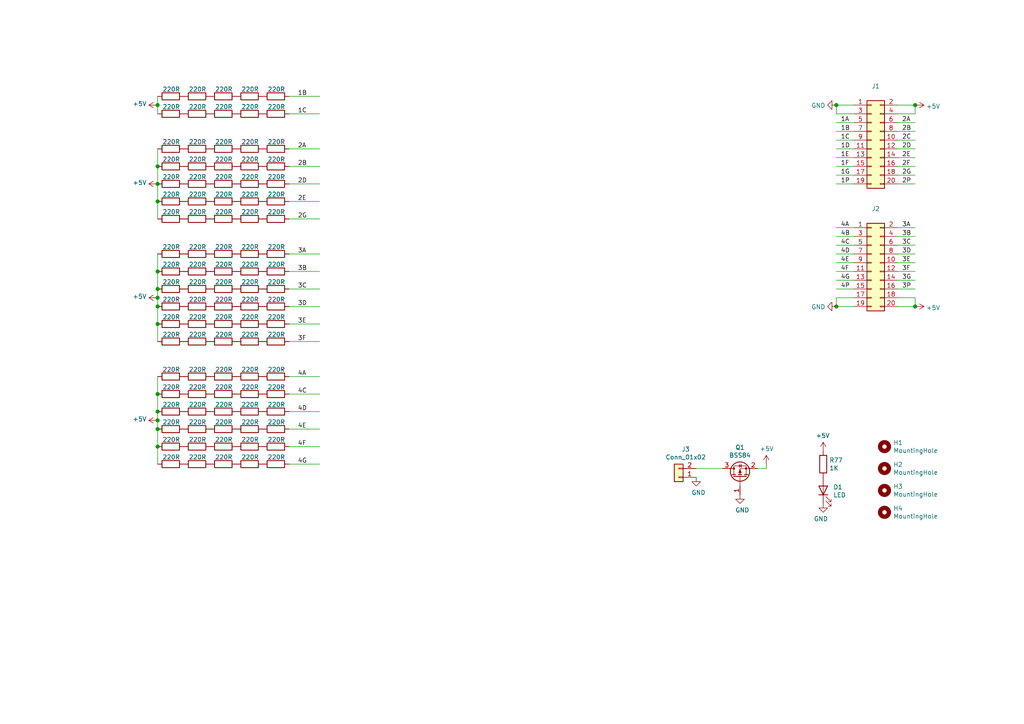
<source format=kicad_sch>
(kicad_sch (version 20201015) (generator eeschema)
  (paper "A4")
  (lib_symbols
    (symbol "Connector_Generic:Conn_01x02" (pin_names (offset 1.016) hide)
      (property "Reference" "J" (at 0 2.54 0))
      (property "Value" "Conn_01x02" (at 0 -5.08 0))
      (symbol "Conn_01x02_1_1"
        (rectangle (start -1.27 -2.413) (end 0 -2.667) (stroke (width 0.1524)))
        (rectangle (start -1.27 0.127) (end 0 -0.127) (stroke (width 0.1524)))
        (rectangle (start -1.27 1.27) (end 1.27 -3.81) (stroke (width 0.254)) (fill (type background)))
        (pin passive line (at -5.08 0 0) (length 3.81) (name "Pin_1") (number "1"))
        (pin passive line (at -5.08 -2.54 0) (length 3.81) (name "Pin_2") (number "2"))
      )
    )
    (symbol "Connector_Generic:Conn_02x10_Odd_Even" (pin_names (offset 1.016) hide)
      (property "Reference" "J" (at 1.27 12.7 0))
      (property "Value" "Conn_02x10_Odd_Even" (at 1.27 -15.24 0))
      (symbol "Conn_02x10_Odd_Even_1_1"
        (rectangle (start -1.27 -4.953) (end 0 -5.207) (stroke (width 0.1524)))
        (rectangle (start -1.27 -7.493) (end 0 -7.747) (stroke (width 0.1524)))
        (rectangle (start -1.27 -10.033) (end 0 -10.287) (stroke (width 0.1524)))
        (rectangle (start -1.27 -12.573) (end 0 -12.827) (stroke (width 0.1524)))
        (rectangle (start -1.27 -2.413) (end 0 -2.667) (stroke (width 0.1524)))
        (rectangle (start -1.27 2.667) (end 0 2.413) (stroke (width 0.1524)))
        (rectangle (start -1.27 5.207) (end 0 4.953) (stroke (width 0.1524)))
        (rectangle (start -1.27 7.747) (end 0 7.493) (stroke (width 0.1524)))
        (rectangle (start -1.27 10.287) (end 0 10.033) (stroke (width 0.1524)))
        (rectangle (start -1.27 11.43) (end 3.81 -13.97) (stroke (width 0.254)) (fill (type background)))
        (rectangle (start -1.27 0.127) (end 0 -0.127) (stroke (width 0.1524)))
        (rectangle (start 3.81 -4.953) (end 2.54 -5.207) (stroke (width 0.1524)))
        (rectangle (start 3.81 -7.493) (end 2.54 -7.747) (stroke (width 0.1524)))
        (rectangle (start 3.81 -10.033) (end 2.54 -10.287) (stroke (width 0.1524)))
        (rectangle (start 3.81 -12.573) (end 2.54 -12.827) (stroke (width 0.1524)))
        (rectangle (start 3.81 -2.413) (end 2.54 -2.667) (stroke (width 0.1524)))
        (rectangle (start 3.81 2.667) (end 2.54 2.413) (stroke (width 0.1524)))
        (rectangle (start 3.81 5.207) (end 2.54 4.953) (stroke (width 0.1524)))
        (rectangle (start 3.81 7.747) (end 2.54 7.493) (stroke (width 0.1524)))
        (rectangle (start 3.81 10.287) (end 2.54 10.033) (stroke (width 0.1524)))
        (rectangle (start 3.81 0.127) (end 2.54 -0.127) (stroke (width 0.1524)))
        (pin passive line (at -5.08 10.16 0) (length 3.81) (name "Pin_1") (number "1"))
        (pin passive line (at 7.62 0 180) (length 3.81) (name "Pin_10") (number "10"))
        (pin passive line (at -5.08 -2.54 0) (length 3.81) (name "Pin_11") (number "11"))
        (pin passive line (at 7.62 -2.54 180) (length 3.81) (name "Pin_12") (number "12"))
        (pin passive line (at -5.08 -5.08 0) (length 3.81) (name "Pin_13") (number "13"))
        (pin passive line (at 7.62 -5.08 180) (length 3.81) (name "Pin_14") (number "14"))
        (pin passive line (at -5.08 -7.62 0) (length 3.81) (name "Pin_15") (number "15"))
        (pin passive line (at 7.62 -7.62 180) (length 3.81) (name "Pin_16") (number "16"))
        (pin passive line (at -5.08 -10.16 0) (length 3.81) (name "Pin_17") (number "17"))
        (pin passive line (at 7.62 -10.16 180) (length 3.81) (name "Pin_18") (number "18"))
        (pin passive line (at -5.08 -12.7 0) (length 3.81) (name "Pin_19") (number "19"))
        (pin passive line (at 7.62 10.16 180) (length 3.81) (name "Pin_2") (number "2"))
        (pin passive line (at 7.62 -12.7 180) (length 3.81) (name "Pin_20") (number "20"))
        (pin passive line (at -5.08 7.62 0) (length 3.81) (name "Pin_3") (number "3"))
        (pin passive line (at 7.62 7.62 180) (length 3.81) (name "Pin_4") (number "4"))
        (pin passive line (at -5.08 5.08 0) (length 3.81) (name "Pin_5") (number "5"))
        (pin passive line (at 7.62 5.08 180) (length 3.81) (name "Pin_6") (number "6"))
        (pin passive line (at -5.08 2.54 0) (length 3.81) (name "Pin_7") (number "7"))
        (pin passive line (at 7.62 2.54 180) (length 3.81) (name "Pin_8") (number "8"))
        (pin passive line (at -5.08 0 0) (length 3.81) (name "Pin_9") (number "9"))
      )
    )
    (symbol "Device:LED" (pin_numbers hide) (pin_names (offset 1.016) hide)
      (property "Reference" "D" (at 0 2.54 0))
      (property "Value" "LED" (at 0 -2.54 0))
      (symbol "LED_0_1"
        (polyline (pts (xy -1.27 -1.27) (xy -1.27 1.27)) (stroke (width 0.254)))
        (polyline (pts (xy -1.27 0) (xy 1.27 0)))
        (polyline (pts (xy 1.27 -1.27) (xy 1.27 1.27) (xy -1.27 0) (xy 1.27 -1.27)) (stroke (width 0.254)))
        (polyline (pts (xy -3.048 -0.762) (xy -4.572 -2.286) (xy -3.81 -2.286) (xy -4.572 -2.286) (xy -4.572 -1.524)))
        (polyline (pts (xy -1.778 -0.762) (xy -3.302 -2.286) (xy -2.54 -2.286) (xy -3.302 -2.286) (xy -3.302 -1.524)))
      )
      (symbol "LED_1_1"
        (pin passive line (at -3.81 0 0) (length 2.54) (name "K") (number "1"))
        (pin passive line (at 3.81 0 180) (length 2.54) (name "A") (number "2"))
      )
    )
    (symbol "Device:R" (pin_numbers hide) (pin_names (offset 0))
      (property "Reference" "R" (at 2.032 0 90))
      (property "Value" "R" (at 0 0 90))
      (symbol "R_0_1"
        (rectangle (start -1.016 -2.54) (end 1.016 2.54) (stroke (width 0.254)))
      )
      (symbol "R_1_1"
        (pin passive line (at 0 3.81 270) (length 1.27) (name "~") (number "1"))
        (pin passive line (at 0 -3.81 90) (length 1.27) (name "~") (number "2"))
      )
    )
    (symbol "Mechanical:MountingHole" (pin_names (offset 1.016))
      (property "Reference" "H" (at 0 5.08 0))
      (property "Value" "MountingHole" (at 0 3.175 0))
      (symbol "MountingHole_0_1"
        (circle (center 0 0) (radius 1.27) (stroke (width 1.27)))
      )
    )
    (symbol "Transistor_FET:BSS84" (pin_names hide)
      (property "Reference" "Q" (at 5.08 1.905 0))
      (property "Value" "BSS84" (at 5.08 0 0))
      (symbol "BSS84_0_1"
        (circle (center 1.651 0) (radius 2.794) (stroke (width 0.254)))
        (circle (center 2.54 -1.778) (radius 0.254) (fill (type outline)))
        (circle (center 2.54 1.778) (radius 0.254) (fill (type outline)))
        (polyline (pts (xy 0.254 0) (xy -2.54 0)))
        (polyline (pts (xy 0.254 1.905) (xy 0.254 -1.905)) (stroke (width 0.254)))
        (polyline (pts (xy 0.762 -1.27) (xy 0.762 -2.286)) (stroke (width 0.254)))
        (polyline (pts (xy 0.762 0.508) (xy 0.762 -0.508)) (stroke (width 0.254)))
        (polyline (pts (xy 0.762 2.286) (xy 0.762 1.27)) (stroke (width 0.254)))
        (polyline (pts (xy 2.54 2.54) (xy 2.54 1.778)))
        (polyline (pts (xy 2.54 -2.54) (xy 2.54 0) (xy 0.762 0)))
        (polyline (pts (xy 0.762 1.778) (xy 3.302 1.778) (xy 3.302 -1.778) (xy 0.762 -1.778)))
        (polyline (pts (xy 2.286 0) (xy 1.27 0.381) (xy 1.27 -0.381) (xy 2.286 0)) (fill (type outline)))
        (polyline (pts (xy 2.794 -0.508) (xy 2.921 -0.381) (xy 3.683 -0.381) (xy 3.81 -0.254)))
        (polyline (pts (xy 3.302 -0.381) (xy 2.921 0.254) (xy 3.683 0.254) (xy 3.302 -0.381)))
      )
      (symbol "BSS84_1_1"
        (pin input line (at -5.08 0 0) (length 2.54) (name "G") (number "1"))
        (pin passive line (at 2.54 -5.08 90) (length 2.54) (name "S") (number "2"))
        (pin passive line (at 2.54 5.08 270) (length 2.54) (name "D") (number "3"))
      )
    )
    (symbol "power:+5V" (power) (pin_names (offset 0))
      (property "Value" "+5V" (at 0 3.556 0))
      (symbol "+5V_0_1"
        (polyline (pts (xy -0.762 1.27) (xy 0 2.54)))
        (polyline (pts (xy 0 0) (xy 0 2.54)))
        (polyline (pts (xy 0 2.54) (xy 0.762 1.27)))
      )
      (symbol "+5V_1_1"
        (pin power_in line (at 0 0 90) (length 0) hide (name "+5V") (number "1"))
      )
    )
    (symbol "power:GND" (power) (pin_names (offset 0))
      (property "Value" "GND" (at 0 -3.81 0))
      (symbol "GND_0_1"
        (polyline (pts (xy 0 0) (xy 0 -1.27) (xy 1.27 -1.27) (xy 0 -2.54) (xy -1.27 -1.27) (xy 0 -1.27)))
      )
      (symbol "GND_1_1"
        (pin power_in line (at 0 0 270) (length 0) hide (name "GND") (number "1"))
      )
    )
  )
  (junction (at 45.72 30.48) (diameter 1.016))
  (junction (at 45.72 48.26) (diameter 1.016))
  (junction (at 45.72 53.34) (diameter 1.016))
  (junction (at 45.72 58.42) (diameter 1.016))
  (junction (at 45.72 78.74) (diameter 1.016))
  (junction (at 45.72 83.82) (diameter 1.016))
  (junction (at 45.72 86.36) (diameter 1.016))
  (junction (at 45.72 88.9) (diameter 1.016))
  (junction (at 45.72 93.98) (diameter 1.016))
  (junction (at 45.72 114.3) (diameter 1.016))
  (junction (at 45.72 119.38) (diameter 1.016))
  (junction (at 45.72 121.92) (diameter 1.016))
  (junction (at 45.72 124.46) (diameter 1.016))
  (junction (at 45.72 129.54) (diameter 1.016))
  (junction (at 242.57 30.48) (diameter 1.016))
  (junction (at 242.57 88.9) (diameter 1.016))
  (junction (at 265.43 30.48) (diameter 1.016))
  (junction (at 265.43 88.9) (diameter 1.016))
  (wire (pts (xy 45.72 27.94) (xy 45.72 30.48)))
  (wire (pts (xy 45.72 30.48) (xy 45.72 33.02)))
  (wire (pts (xy 45.72 43.18) (xy 45.72 48.26)))
  (wire (pts (xy 45.72 48.26) (xy 45.72 53.34)))
  (wire (pts (xy 45.72 53.34) (xy 45.72 58.42)))
  (wire (pts (xy 45.72 58.42) (xy 45.72 63.5)))
  (wire (pts (xy 45.72 73.66) (xy 45.72 78.74)))
  (wire (pts (xy 45.72 78.74) (xy 45.72 83.82)))
  (wire (pts (xy 45.72 83.82) (xy 45.72 86.36)))
  (wire (pts (xy 45.72 86.36) (xy 45.72 88.9)))
  (wire (pts (xy 45.72 88.9) (xy 45.72 93.98)))
  (wire (pts (xy 45.72 93.98) (xy 45.72 99.06)))
  (wire (pts (xy 45.72 109.22) (xy 45.72 114.3)))
  (wire (pts (xy 45.72 114.3) (xy 45.72 119.38)))
  (wire (pts (xy 45.72 119.38) (xy 45.72 121.92)))
  (wire (pts (xy 45.72 121.92) (xy 45.72 124.46)))
  (wire (pts (xy 45.72 124.46) (xy 45.72 129.54)))
  (wire (pts (xy 45.72 129.54) (xy 45.72 134.62)))
  (wire (pts (xy 83.82 27.94) (xy 92.71 27.94)))
  (wire (pts (xy 83.82 33.02) (xy 92.71 33.02)))
  (wire (pts (xy 83.82 43.18) (xy 92.71 43.18)))
  (wire (pts (xy 83.82 48.26) (xy 92.71 48.26)))
  (wire (pts (xy 83.82 53.34) (xy 92.71 53.34)))
  (wire (pts (xy 83.82 58.42) (xy 92.71 58.42)))
  (wire (pts (xy 83.82 63.5) (xy 92.71 63.5)))
  (wire (pts (xy 83.82 73.66) (xy 92.71 73.66)))
  (wire (pts (xy 83.82 78.74) (xy 92.71 78.74)))
  (wire (pts (xy 83.82 83.82) (xy 92.71 83.82)))
  (wire (pts (xy 83.82 88.9) (xy 92.71 88.9)))
  (wire (pts (xy 83.82 93.98) (xy 92.71 93.98)))
  (wire (pts (xy 83.82 99.06) (xy 92.71 99.06)))
  (wire (pts (xy 83.82 109.22) (xy 92.71 109.22)))
  (wire (pts (xy 83.82 114.3) (xy 92.71 114.3)))
  (wire (pts (xy 83.82 119.38) (xy 92.71 119.38)))
  (wire (pts (xy 83.82 124.46) (xy 92.71 124.46)))
  (wire (pts (xy 83.82 129.54) (xy 92.71 129.54)))
  (wire (pts (xy 83.82 134.62) (xy 92.71 134.62)))
  (wire (pts (xy 201.93 135.89) (xy 209.55 135.89)))
  (wire (pts (xy 219.71 135.89) (xy 222.25 135.89)))
  (wire (pts (xy 222.25 135.89) (xy 222.25 134.62)))
  (wire (pts (xy 242.57 30.48) (xy 247.65 30.48)))
  (wire (pts (xy 242.57 33.02) (xy 242.57 30.48)))
  (wire (pts (xy 242.57 33.02) (xy 247.65 33.02)))
  (wire (pts (xy 242.57 35.56) (xy 247.65 35.56)))
  (wire (pts (xy 242.57 38.1) (xy 247.65 38.1)))
  (wire (pts (xy 242.57 40.64) (xy 247.65 40.64)))
  (wire (pts (xy 242.57 43.18) (xy 247.65 43.18)))
  (wire (pts (xy 242.57 45.72) (xy 247.65 45.72)))
  (wire (pts (xy 242.57 48.26) (xy 247.65 48.26)))
  (wire (pts (xy 242.57 50.8) (xy 247.65 50.8)))
  (wire (pts (xy 242.57 53.34) (xy 247.65 53.34)))
  (wire (pts (xy 242.57 66.04) (xy 247.65 66.04)))
  (wire (pts (xy 242.57 68.58) (xy 247.65 68.58)))
  (wire (pts (xy 242.57 71.12) (xy 247.65 71.12)))
  (wire (pts (xy 242.57 73.66) (xy 247.65 73.66)))
  (wire (pts (xy 242.57 76.2) (xy 247.65 76.2)))
  (wire (pts (xy 242.57 78.74) (xy 247.65 78.74)))
  (wire (pts (xy 242.57 81.28) (xy 247.65 81.28)))
  (wire (pts (xy 242.57 83.82) (xy 247.65 83.82)))
  (wire (pts (xy 242.57 86.36) (xy 242.57 88.9)))
  (wire (pts (xy 242.57 86.36) (xy 247.65 86.36)))
  (wire (pts (xy 242.57 88.9) (xy 247.65 88.9)))
  (wire (pts (xy 260.35 30.48) (xy 265.43 30.48)))
  (wire (pts (xy 260.35 33.02) (xy 265.43 33.02)))
  (wire (pts (xy 260.35 35.56) (xy 265.43 35.56)))
  (wire (pts (xy 260.35 38.1) (xy 265.43 38.1)))
  (wire (pts (xy 260.35 40.64) (xy 265.43 40.64)))
  (wire (pts (xy 260.35 43.18) (xy 265.43 43.18)))
  (wire (pts (xy 260.35 45.72) (xy 265.43 45.72)))
  (wire (pts (xy 260.35 48.26) (xy 265.43 48.26)))
  (wire (pts (xy 260.35 50.8) (xy 265.43 50.8)))
  (wire (pts (xy 260.35 53.34) (xy 265.43 53.34)))
  (wire (pts (xy 260.35 66.04) (xy 265.43 66.04)))
  (wire (pts (xy 260.35 68.58) (xy 265.43 68.58)))
  (wire (pts (xy 260.35 71.12) (xy 265.43 71.12)))
  (wire (pts (xy 260.35 73.66) (xy 265.43 73.66)))
  (wire (pts (xy 260.35 76.2) (xy 265.43 76.2)))
  (wire (pts (xy 260.35 78.74) (xy 265.43 78.74)))
  (wire (pts (xy 260.35 81.28) (xy 265.43 81.28)))
  (wire (pts (xy 260.35 83.82) (xy 265.43 83.82)))
  (wire (pts (xy 260.35 86.36) (xy 265.43 86.36)))
  (wire (pts (xy 260.35 88.9) (xy 265.43 88.9)))
  (wire (pts (xy 265.43 30.48) (xy 265.43 33.02)))
  (wire (pts (xy 265.43 86.36) (xy 265.43 88.9)))
  (label "1B" (at 86.36 27.94 0))
  (label "1C" (at 86.36 33.02 0))
  (label "2A" (at 86.36 43.18 0))
  (label "2B" (at 86.36 48.26 0))
  (label "2D" (at 86.36 53.34 0))
  (label "2E" (at 86.36 58.42 0))
  (label "2G" (at 86.36 63.5 0))
  (label "3A" (at 86.36 73.66 0))
  (label "3B" (at 86.36 78.74 0))
  (label "3C" (at 86.36 83.82 0))
  (label "3D" (at 86.36 88.9 0))
  (label "3E" (at 86.36 93.98 0))
  (label "3F" (at 86.36 99.06 0))
  (label "4A" (at 86.36 109.22 0))
  (label "4C" (at 86.36 114.3 0))
  (label "4D" (at 86.36 119.38 0))
  (label "4E" (at 86.36 124.46 0))
  (label "4F" (at 86.36 129.54 0))
  (label "4G" (at 86.36 134.62 0))
  (label "1A" (at 243.84 35.56 0))
  (label "1B" (at 243.84 38.1 0))
  (label "1C" (at 243.84 40.64 0))
  (label "1D" (at 243.84 43.18 0))
  (label "1E" (at 243.84 45.72 0))
  (label "1F" (at 243.84 48.26 0))
  (label "1G" (at 243.84 50.8 0))
  (label "1P" (at 243.84 53.34 0))
  (label "4A" (at 243.84 66.04 0))
  (label "4B" (at 243.84 68.58 0))
  (label "4C" (at 243.84 71.12 0))
  (label "4D" (at 243.84 73.66 0))
  (label "4E" (at 243.84 76.2 0))
  (label "4F" (at 243.84 78.74 0))
  (label "4G" (at 243.84 81.28 0))
  (label "4P" (at 243.84 83.82 0))
  (label "2A" (at 261.62 35.56 0))
  (label "2B" (at 261.62 38.1 0))
  (label "2C" (at 261.62 40.64 0))
  (label "2D" (at 261.62 43.18 0))
  (label "2E" (at 261.62 45.72 0))
  (label "2F" (at 261.62 48.26 0))
  (label "2G" (at 261.62 50.8 0))
  (label "2P" (at 261.62 53.34 0))
  (label "3A" (at 261.62 66.04 0))
  (label "3B" (at 261.62 68.58 0))
  (label "3C" (at 261.62 71.12 0))
  (label "3D" (at 261.62 73.66 0))
  (label "3E" (at 261.62 76.2 0))
  (label "3F" (at 261.62 78.74 0))
  (label "3G" (at 261.62 81.28 0))
  (label "3P" (at 261.62 83.82 0))
  (symbol (lib_id "power:+5V") (at 45.72 30.48 90) (unit 1)
    (property "Reference" "#PWR01" (effects hide))
    (property "Value" "+5V" (at 42.5449 30.1117 90) (effects (justify left)))
  )
  (symbol (lib_id "power:+5V") (at 45.72 53.34 90) (unit 1)
    (property "Reference" "#PWR02" (effects hide))
    (property "Value" "+5V" (at 42.5449 52.9717 90) (effects (justify left)))
  )
  (symbol (lib_id "power:+5V") (at 45.72 86.36 90) (unit 1)
    (property "Reference" "#PWR03" (effects hide))
    (property "Value" "+5V" (at 42.5449 85.9917 90) (effects (justify left)))
  )
  (symbol (lib_id "power:+5V") (at 45.72 121.92 90) (unit 1)
    (property "Reference" "#PWR04" (effects hide))
    (property "Value" "+5V" (at 42.5449 121.5517 90) (effects (justify left)))
  )
  (symbol (lib_id "power:+5V") (at 222.25 134.62 0) (mirror y) (unit 1)
    (property "Reference" "#PWR07" (effects hide))
    (property "Value" "+5V" (at 224.4217 130.1749 0) (effects (justify left)))
  )
  (symbol (lib_id "power:+5V") (at 238.76 130.81 0) (unit 1)
    (property "Reference" "#PWR0104" (effects hide))
    (property "Value" "+5V" (at 236.5883 126.3649 0) (effects (justify left)))
  )
  (symbol (lib_id "power:+5V") (at 265.43 30.48 270) (unit 1)
    (property "Reference" "#PWR0103" (effects hide))
    (property "Value" "+5V" (at 268.6051 30.8483 90) (effects (justify left)))
  )
  (symbol (lib_id "power:+5V") (at 265.43 88.9 270) (unit 1)
    (property "Reference" "#PWR?" (effects hide))
    (property "Value" "+5V" (at 268.6051 89.2683 90) (effects (justify left)))
  )
  (symbol (lib_id "power:GND") (at 201.93 138.43 0) (mirror y) (unit 1)
    (property "Reference" "#PWR05" (effects hide))
    (property "Value" "GND" (at 200.5457 142.875 0) (effects (justify right)))
  )
  (symbol (lib_id "power:GND") (at 214.63 143.51 0) (mirror y) (unit 1)
    (property "Reference" "#PWR06" (effects hide))
    (property "Value" "GND" (at 213.2457 147.955 0) (effects (justify right)))
  )
  (symbol (lib_id "power:GND") (at 238.76 146.05 0) (unit 1)
    (property "Reference" "#PWR08" (effects hide))
    (property "Value" "GND" (at 240.1443 150.495 0) (effects (justify right)))
  )
  (symbol (lib_id "power:GND") (at 242.57 30.48 270) (unit 1)
    (property "Reference" "#PWR0102" (effects hide))
    (property "Value" "GND" (at 239.395 30.5943 90) (effects (justify right)))
  )
  (symbol (lib_id "power:GND") (at 242.57 88.9 270) (unit 1)
    (property "Reference" "#PWR0101" (effects hide))
    (property "Value" "GND" (at 239.395 89.0143 90) (effects (justify right)))
  )
  (symbol (lib_id "Mechanical:MountingHole") (at 256.54 129.54 0) (unit 1)
    (property "Reference" "H1" (at 259.0801 128.3906 0) (effects (justify left)))
    (property "Value" "MountingHole" (at 259.0801 130.6893 0) (effects (justify left)))
    (property "Footprint" "MountingHole:MountingHole_3.2mm_M3" (effects hide))
  )
  (symbol (lib_id "Mechanical:MountingHole") (at 256.54 135.89 0) (unit 1)
    (property "Reference" "H2" (at 259.0801 134.7406 0) (effects (justify left)))
    (property "Value" "MountingHole" (at 259.0801 137.0393 0) (effects (justify left)))
    (property "Footprint" "MountingHole:MountingHole_3.2mm_M3" (effects hide))
  )
  (symbol (lib_id "Mechanical:MountingHole") (at 256.54 142.24 0) (unit 1)
    (property "Reference" "H3" (at 259.0801 141.0906 0) (effects (justify left)))
    (property "Value" "MountingHole" (at 259.0801 143.3893 0) (effects (justify left)))
    (property "Footprint" "MountingHole:MountingHole_3.2mm_M3" (effects hide))
  )
  (symbol (lib_id "Mechanical:MountingHole") (at 256.54 148.59 0) (unit 1)
    (property "Reference" "H4" (at 259.0801 147.4406 0) (effects (justify left)))
    (property "Value" "MountingHole" (at 259.0801 149.7393 0) (effects (justify left)))
    (property "Footprint" "MountingHole:MountingHole_3.2mm_M3" (effects hide))
  )
  (symbol (lib_id "Device:R") (at 49.53 27.94 270) (unit 1)
    (property "Reference" "R1" (effects hide))
    (property "Value" "220R" (at 47.1107 25.9081 90) (effects (justify left)))
    (property "Footprint" "Resistor_SMD:R_1206_3216Metric_Pad1.42x1.75mm_HandSolder" (effects hide))
  )
  (symbol (lib_id "Device:R") (at 49.53 33.02 270) (unit 1)
    (property "Reference" "R2" (effects hide))
    (property "Value" "220R" (at 47.1107 30.9881 90) (effects (justify left)))
    (property "Footprint" "Resistor_SMD:R_1206_3216Metric_Pad1.42x1.75mm_HandSolder" (effects hide))
  )
  (symbol (lib_id "Device:R") (at 49.53 43.18 270) (unit 1)
    (property "Reference" "R3" (effects hide))
    (property "Value" "220R" (at 47.1107 41.1481 90) (effects (justify left)))
    (property "Footprint" "Resistor_SMD:R_1206_3216Metric_Pad1.42x1.75mm_HandSolder" (effects hide))
  )
  (symbol (lib_id "Device:R") (at 49.53 48.26 270) (unit 1)
    (property "Reference" "R4" (effects hide))
    (property "Value" "220R" (at 47.1107 46.2281 90) (effects (justify left)))
    (property "Footprint" "Resistor_SMD:R_1206_3216Metric_Pad1.42x1.75mm_HandSolder" (effects hide))
  )
  (symbol (lib_id "Device:R") (at 49.53 53.34 270) (unit 1)
    (property "Reference" "R5" (effects hide))
    (property "Value" "220R" (at 47.1107 51.3081 90) (effects (justify left)))
    (property "Footprint" "Resistor_SMD:R_1206_3216Metric_Pad1.42x1.75mm_HandSolder" (effects hide))
  )
  (symbol (lib_id "Device:R") (at 49.53 58.42 270) (unit 1)
    (property "Reference" "R6" (effects hide))
    (property "Value" "220R" (at 47.1107 56.3881 90) (effects (justify left)))
    (property "Footprint" "Resistor_SMD:R_1206_3216Metric_Pad1.42x1.75mm_HandSolder" (effects hide))
  )
  (symbol (lib_id "Device:R") (at 49.53 63.5 270) (unit 1)
    (property "Reference" "R7" (effects hide))
    (property "Value" "220R" (at 47.1107 61.4681 90) (effects (justify left)))
    (property "Footprint" "Resistor_SMD:R_1206_3216Metric_Pad1.42x1.75mm_HandSolder" (effects hide))
  )
  (symbol (lib_id "Device:R") (at 49.53 73.66 270) (unit 1)
    (property "Reference" "R8" (effects hide))
    (property "Value" "220R" (at 47.1107 71.6281 90) (effects (justify left)))
    (property "Footprint" "Resistor_SMD:R_1206_3216Metric_Pad1.42x1.75mm_HandSolder" (effects hide))
  )
  (symbol (lib_id "Device:R") (at 49.53 78.74 270) (unit 1)
    (property "Reference" "R9" (effects hide))
    (property "Value" "220R" (at 47.1107 76.7081 90) (effects (justify left)))
    (property "Footprint" "Resistor_SMD:R_1206_3216Metric_Pad1.42x1.75mm_HandSolder" (effects hide))
  )
  (symbol (lib_id "Device:R") (at 49.53 83.82 270) (unit 1)
    (property "Reference" "R10" (effects hide))
    (property "Value" "220R" (at 47.1107 81.7881 90) (effects (justify left)))
    (property "Footprint" "Resistor_SMD:R_1206_3216Metric_Pad1.42x1.75mm_HandSolder" (effects hide))
  )
  (symbol (lib_id "Device:R") (at 49.53 88.9 270) (unit 1)
    (property "Reference" "R11" (effects hide))
    (property "Value" "220R" (at 47.1107 86.8681 90) (effects (justify left)))
    (property "Footprint" "Resistor_SMD:R_1206_3216Metric_Pad1.42x1.75mm_HandSolder" (effects hide))
  )
  (symbol (lib_id "Device:R") (at 49.53 93.98 270) (unit 1)
    (property "Reference" "R12" (effects hide))
    (property "Value" "220R" (at 47.1107 91.9481 90) (effects (justify left)))
    (property "Footprint" "Resistor_SMD:R_1206_3216Metric_Pad1.42x1.75mm_HandSolder" (effects hide))
  )
  (symbol (lib_id "Device:R") (at 49.53 99.06 270) (unit 1)
    (property "Reference" "R13" (effects hide))
    (property "Value" "220R" (at 47.1107 97.0281 90) (effects (justify left)))
    (property "Footprint" "Resistor_SMD:R_1206_3216Metric" (effects hide))
  )
  (symbol (lib_id "Device:R") (at 49.53 109.22 270) (unit 1)
    (property "Reference" "R14" (effects hide))
    (property "Value" "220R" (at 47.1107 107.1881 90) (effects (justify left)))
    (property "Footprint" "Resistor_SMD:R_1206_3216Metric" (effects hide))
  )
  (symbol (lib_id "Device:R") (at 49.53 114.3 270) (unit 1)
    (property "Reference" "R15" (effects hide))
    (property "Value" "220R" (at 47.1107 112.2681 90) (effects (justify left)))
    (property "Footprint" "Resistor_SMD:R_1206_3216Metric" (effects hide))
  )
  (symbol (lib_id "Device:R") (at 49.53 119.38 270) (unit 1)
    (property "Reference" "R16" (effects hide))
    (property "Value" "220R" (at 47.1107 117.3481 90) (effects (justify left)))
    (property "Footprint" "Resistor_SMD:R_1206_3216Metric" (effects hide))
  )
  (symbol (lib_id "Device:R") (at 49.53 124.46 270) (unit 1)
    (property "Reference" "R17" (effects hide))
    (property "Value" "220R" (at 47.1107 122.4281 90) (effects (justify left)))
    (property "Footprint" "Resistor_SMD:R_1206_3216Metric" (effects hide))
  )
  (symbol (lib_id "Device:R") (at 49.53 129.54 270) (unit 1)
    (property "Reference" "R18" (effects hide))
    (property "Value" "220R" (at 47.1107 127.5081 90) (effects (justify left)))
    (property "Footprint" "Resistor_SMD:R_1206_3216Metric" (effects hide))
  )
  (symbol (lib_id "Device:R") (at 49.53 134.62 270) (unit 1)
    (property "Reference" "R19" (effects hide))
    (property "Value" "220R" (at 47.1107 132.5881 90) (effects (justify left)))
    (property "Footprint" "Resistor_SMD:R_1206_3216Metric" (effects hide))
  )
  (symbol (lib_id "Device:R") (at 57.15 27.94 270) (unit 1)
    (property "Reference" "R20" (effects hide))
    (property "Value" "220R" (at 54.7307 25.9081 90) (effects (justify left)))
    (property "Footprint" "Resistor_SMD:R_1206_3216Metric_Pad1.42x1.75mm_HandSolder" (effects hide))
  )
  (symbol (lib_id "Device:R") (at 57.15 33.02 270) (unit 1)
    (property "Reference" "R21" (effects hide))
    (property "Value" "220R" (at 54.7307 30.9881 90) (effects (justify left)))
    (property "Footprint" "Resistor_SMD:R_1206_3216Metric_Pad1.42x1.75mm_HandSolder" (effects hide))
  )
  (symbol (lib_id "Device:R") (at 57.15 43.18 270) (unit 1)
    (property "Reference" "R22" (effects hide))
    (property "Value" "220R" (at 54.7307 41.1481 90) (effects (justify left)))
    (property "Footprint" "Resistor_SMD:R_1206_3216Metric_Pad1.42x1.75mm_HandSolder" (effects hide))
  )
  (symbol (lib_id "Device:R") (at 57.15 48.26 270) (unit 1)
    (property "Reference" "R23" (effects hide))
    (property "Value" "220R" (at 54.7307 46.2281 90) (effects (justify left)))
    (property "Footprint" "Resistor_SMD:R_1206_3216Metric_Pad1.42x1.75mm_HandSolder" (effects hide))
  )
  (symbol (lib_id "Device:R") (at 57.15 53.34 270) (unit 1)
    (property "Reference" "R24" (effects hide))
    (property "Value" "220R" (at 54.7307 51.3081 90) (effects (justify left)))
    (property "Footprint" "Resistor_SMD:R_1206_3216Metric_Pad1.42x1.75mm_HandSolder" (effects hide))
  )
  (symbol (lib_id "Device:R") (at 57.15 58.42 270) (unit 1)
    (property "Reference" "R25" (effects hide))
    (property "Value" "220R" (at 54.7307 56.3881 90) (effects (justify left)))
    (property "Footprint" "Resistor_SMD:R_1206_3216Metric_Pad1.42x1.75mm_HandSolder" (effects hide))
  )
  (symbol (lib_id "Device:R") (at 57.15 63.5 270) (unit 1)
    (property "Reference" "R26" (effects hide))
    (property "Value" "220R" (at 54.7307 61.4681 90) (effects (justify left)))
    (property "Footprint" "Resistor_SMD:R_1206_3216Metric_Pad1.42x1.75mm_HandSolder" (effects hide))
  )
  (symbol (lib_id "Device:R") (at 57.15 73.66 270) (unit 1)
    (property "Reference" "R27" (effects hide))
    (property "Value" "220R" (at 54.7307 71.6281 90) (effects (justify left)))
    (property "Footprint" "Resistor_SMD:R_1206_3216Metric_Pad1.42x1.75mm_HandSolder" (effects hide))
  )
  (symbol (lib_id "Device:R") (at 57.15 78.74 270) (unit 1)
    (property "Reference" "R28" (effects hide))
    (property "Value" "220R" (at 54.7307 76.7081 90) (effects (justify left)))
    (property "Footprint" "Resistor_SMD:R_1206_3216Metric_Pad1.42x1.75mm_HandSolder" (effects hide))
  )
  (symbol (lib_id "Device:R") (at 57.15 83.82 270) (unit 1)
    (property "Reference" "R29" (effects hide))
    (property "Value" "220R" (at 54.7307 81.7881 90) (effects (justify left)))
    (property "Footprint" "Resistor_SMD:R_1206_3216Metric_Pad1.42x1.75mm_HandSolder" (effects hide))
  )
  (symbol (lib_id "Device:R") (at 57.15 88.9 270) (unit 1)
    (property "Reference" "R30" (effects hide))
    (property "Value" "220R" (at 54.7307 86.8681 90) (effects (justify left)))
    (property "Footprint" "Resistor_SMD:R_1206_3216Metric_Pad1.42x1.75mm_HandSolder" (effects hide))
  )
  (symbol (lib_id "Device:R") (at 57.15 93.98 270) (unit 1)
    (property "Reference" "R31" (effects hide))
    (property "Value" "220R" (at 54.7307 91.9481 90) (effects (justify left)))
    (property "Footprint" "Resistor_SMD:R_1206_3216Metric_Pad1.42x1.75mm_HandSolder" (effects hide))
  )
  (symbol (lib_id "Device:R") (at 57.15 99.06 270) (unit 1)
    (property "Reference" "R32" (effects hide))
    (property "Value" "220R" (at 54.7307 97.0281 90) (effects (justify left)))
    (property "Footprint" "Resistor_SMD:R_1206_3216Metric" (effects hide))
  )
  (symbol (lib_id "Device:R") (at 57.15 109.22 270) (unit 1)
    (property "Reference" "R33" (effects hide))
    (property "Value" "220R" (at 54.7307 107.1881 90) (effects (justify left)))
    (property "Footprint" "Resistor_SMD:R_1206_3216Metric" (effects hide))
  )
  (symbol (lib_id "Device:R") (at 57.15 114.3 270) (unit 1)
    (property "Reference" "R34" (effects hide))
    (property "Value" "220R" (at 54.7307 112.2681 90) (effects (justify left)))
    (property "Footprint" "Resistor_SMD:R_1206_3216Metric" (effects hide))
  )
  (symbol (lib_id "Device:R") (at 57.15 119.38 270) (unit 1)
    (property "Reference" "R35" (effects hide))
    (property "Value" "220R" (at 54.7307 117.3481 90) (effects (justify left)))
    (property "Footprint" "Resistor_SMD:R_1206_3216Metric" (effects hide))
  )
  (symbol (lib_id "Device:R") (at 57.15 124.46 270) (unit 1)
    (property "Reference" "R36" (effects hide))
    (property "Value" "220R" (at 54.7307 122.4281 90) (effects (justify left)))
    (property "Footprint" "Resistor_SMD:R_1206_3216Metric" (effects hide))
  )
  (symbol (lib_id "Device:R") (at 57.15 129.54 270) (unit 1)
    (property "Reference" "R37" (effects hide))
    (property "Value" "220R" (at 54.7307 127.5081 90) (effects (justify left)))
    (property "Footprint" "Resistor_SMD:R_1206_3216Metric" (effects hide))
  )
  (symbol (lib_id "Device:R") (at 57.15 134.62 270) (unit 1)
    (property "Reference" "R38" (effects hide))
    (property "Value" "220R" (at 54.7307 132.5881 90) (effects (justify left)))
    (property "Footprint" "Resistor_SMD:R_1206_3216Metric" (effects hide))
  )
  (symbol (lib_id "Device:R") (at 64.77 27.94 270) (unit 1)
    (property "Reference" "R39" (effects hide))
    (property "Value" "220R" (at 62.3507 25.9081 90) (effects (justify left)))
    (property "Footprint" "Resistor_SMD:R_1206_3216Metric_Pad1.42x1.75mm_HandSolder" (effects hide))
  )
  (symbol (lib_id "Device:R") (at 64.77 33.02 270) (unit 1)
    (property "Reference" "R40" (effects hide))
    (property "Value" "220R" (at 62.3507 30.9881 90) (effects (justify left)))
    (property "Footprint" "Resistor_SMD:R_1206_3216Metric_Pad1.42x1.75mm_HandSolder" (effects hide))
  )
  (symbol (lib_id "Device:R") (at 64.77 43.18 270) (unit 1)
    (property "Reference" "R41" (effects hide))
    (property "Value" "220R" (at 62.3507 41.1481 90) (effects (justify left)))
    (property "Footprint" "Resistor_SMD:R_1206_3216Metric_Pad1.42x1.75mm_HandSolder" (effects hide))
  )
  (symbol (lib_id "Device:R") (at 64.77 48.26 270) (unit 1)
    (property "Reference" "R42" (effects hide))
    (property "Value" "220R" (at 62.3507 46.2281 90) (effects (justify left)))
    (property "Footprint" "Resistor_SMD:R_1206_3216Metric_Pad1.42x1.75mm_HandSolder" (effects hide))
  )
  (symbol (lib_id "Device:R") (at 64.77 53.34 270) (unit 1)
    (property "Reference" "R43" (effects hide))
    (property "Value" "220R" (at 62.3507 51.3081 90) (effects (justify left)))
    (property "Footprint" "Resistor_SMD:R_1206_3216Metric_Pad1.42x1.75mm_HandSolder" (effects hide))
  )
  (symbol (lib_id "Device:R") (at 64.77 58.42 270) (unit 1)
    (property "Reference" "R44" (effects hide))
    (property "Value" "220R" (at 62.3507 56.3881 90) (effects (justify left)))
    (property "Footprint" "Resistor_SMD:R_1206_3216Metric_Pad1.42x1.75mm_HandSolder" (effects hide))
  )
  (symbol (lib_id "Device:R") (at 64.77 63.5 270) (unit 1)
    (property "Reference" "R45" (effects hide))
    (property "Value" "220R" (at 62.3507 61.4681 90) (effects (justify left)))
    (property "Footprint" "Resistor_SMD:R_1206_3216Metric_Pad1.42x1.75mm_HandSolder" (effects hide))
  )
  (symbol (lib_id "Device:R") (at 64.77 73.66 270) (unit 1)
    (property "Reference" "R46" (effects hide))
    (property "Value" "220R" (at 62.3507 71.6281 90) (effects (justify left)))
    (property "Footprint" "Resistor_SMD:R_1206_3216Metric_Pad1.42x1.75mm_HandSolder" (effects hide))
  )
  (symbol (lib_id "Device:R") (at 64.77 78.74 270) (unit 1)
    (property "Reference" "R47" (effects hide))
    (property "Value" "220R" (at 62.3507 76.7081 90) (effects (justify left)))
    (property "Footprint" "Resistor_SMD:R_1206_3216Metric_Pad1.42x1.75mm_HandSolder" (effects hide))
  )
  (symbol (lib_id "Device:R") (at 64.77 83.82 270) (unit 1)
    (property "Reference" "R48" (effects hide))
    (property "Value" "220R" (at 62.3507 81.7881 90) (effects (justify left)))
    (property "Footprint" "Resistor_SMD:R_1206_3216Metric_Pad1.42x1.75mm_HandSolder" (effects hide))
  )
  (symbol (lib_id "Device:R") (at 64.77 88.9 270) (unit 1)
    (property "Reference" "R49" (effects hide))
    (property "Value" "220R" (at 62.3507 86.8681 90) (effects (justify left)))
    (property "Footprint" "Resistor_SMD:R_1206_3216Metric_Pad1.42x1.75mm_HandSolder" (effects hide))
  )
  (symbol (lib_id "Device:R") (at 64.77 93.98 270) (unit 1)
    (property "Reference" "R50" (effects hide))
    (property "Value" "220R" (at 62.3507 91.9481 90) (effects (justify left)))
    (property "Footprint" "Resistor_SMD:R_1206_3216Metric_Pad1.42x1.75mm_HandSolder" (effects hide))
  )
  (symbol (lib_id "Device:R") (at 64.77 99.06 270) (unit 1)
    (property "Reference" "R51" (effects hide))
    (property "Value" "220R" (at 62.3507 97.0281 90) (effects (justify left)))
    (property "Footprint" "Resistor_SMD:R_1206_3216Metric" (effects hide))
  )
  (symbol (lib_id "Device:R") (at 64.77 109.22 270) (unit 1)
    (property "Reference" "R52" (effects hide))
    (property "Value" "220R" (at 62.3507 107.1881 90) (effects (justify left)))
    (property "Footprint" "Resistor_SMD:R_1206_3216Metric" (effects hide))
  )
  (symbol (lib_id "Device:R") (at 64.77 114.3 270) (unit 1)
    (property "Reference" "R53" (effects hide))
    (property "Value" "220R" (at 62.3507 112.2681 90) (effects (justify left)))
    (property "Footprint" "Resistor_SMD:R_1206_3216Metric" (effects hide))
  )
  (symbol (lib_id "Device:R") (at 64.77 119.38 270) (unit 1)
    (property "Reference" "R54" (effects hide))
    (property "Value" "220R" (at 62.3507 117.3481 90) (effects (justify left)))
    (property "Footprint" "Resistor_SMD:R_1206_3216Metric" (effects hide))
  )
  (symbol (lib_id "Device:R") (at 64.77 124.46 270) (unit 1)
    (property "Reference" "R55" (effects hide))
    (property "Value" "220R" (at 62.3507 122.4281 90) (effects (justify left)))
    (property "Footprint" "Resistor_SMD:R_1206_3216Metric" (effects hide))
  )
  (symbol (lib_id "Device:R") (at 64.77 129.54 270) (unit 1)
    (property "Reference" "R56" (effects hide))
    (property "Value" "220R" (at 62.3507 127.5081 90) (effects (justify left)))
    (property "Footprint" "Resistor_SMD:R_1206_3216Metric" (effects hide))
  )
  (symbol (lib_id "Device:R") (at 64.77 134.62 270) (unit 1)
    (property "Reference" "R57" (effects hide))
    (property "Value" "220R" (at 62.3507 132.5881 90) (effects (justify left)))
    (property "Footprint" "Resistor_SMD:R_1206_3216Metric" (effects hide))
  )
  (symbol (lib_id "Device:R") (at 72.39 27.94 270) (unit 1)
    (property "Reference" "R58" (effects hide))
    (property "Value" "220R" (at 69.9707 25.9081 90) (effects (justify left)))
    (property "Footprint" "Resistor_SMD:R_1206_3216Metric_Pad1.42x1.75mm_HandSolder" (effects hide))
  )
  (symbol (lib_id "Device:R") (at 72.39 33.02 270) (unit 1)
    (property "Reference" "R59" (effects hide))
    (property "Value" "220R" (at 69.9707 30.9881 90) (effects (justify left)))
    (property "Footprint" "Resistor_SMD:R_1206_3216Metric_Pad1.42x1.75mm_HandSolder" (effects hide))
  )
  (symbol (lib_id "Device:R") (at 72.39 43.18 270) (unit 1)
    (property "Reference" "R60" (effects hide))
    (property "Value" "220R" (at 69.9707 41.1481 90) (effects (justify left)))
    (property "Footprint" "Resistor_SMD:R_1206_3216Metric_Pad1.42x1.75mm_HandSolder" (effects hide))
  )
  (symbol (lib_id "Device:R") (at 72.39 48.26 270) (unit 1)
    (property "Reference" "R61" (effects hide))
    (property "Value" "220R" (at 69.9707 46.2281 90) (effects (justify left)))
    (property "Footprint" "Resistor_SMD:R_1206_3216Metric_Pad1.42x1.75mm_HandSolder" (effects hide))
  )
  (symbol (lib_id "Device:R") (at 72.39 53.34 270) (unit 1)
    (property "Reference" "R62" (effects hide))
    (property "Value" "220R" (at 69.9707 51.3081 90) (effects (justify left)))
    (property "Footprint" "Resistor_SMD:R_1206_3216Metric_Pad1.42x1.75mm_HandSolder" (effects hide))
  )
  (symbol (lib_id "Device:R") (at 72.39 58.42 270) (unit 1)
    (property "Reference" "R63" (effects hide))
    (property "Value" "220R" (at 69.9707 56.3881 90) (effects (justify left)))
    (property "Footprint" "Resistor_SMD:R_1206_3216Metric_Pad1.42x1.75mm_HandSolder" (effects hide))
  )
  (symbol (lib_id "Device:R") (at 72.39 63.5 270) (unit 1)
    (property "Reference" "R64" (effects hide))
    (property "Value" "220R" (at 69.9707 61.4681 90) (effects (justify left)))
    (property "Footprint" "Resistor_SMD:R_1206_3216Metric_Pad1.42x1.75mm_HandSolder" (effects hide))
  )
  (symbol (lib_id "Device:R") (at 72.39 73.66 270) (unit 1)
    (property "Reference" "R65" (effects hide))
    (property "Value" "220R" (at 69.9707 71.6281 90) (effects (justify left)))
    (property "Footprint" "Resistor_SMD:R_1206_3216Metric_Pad1.42x1.75mm_HandSolder" (effects hide))
  )
  (symbol (lib_id "Device:R") (at 72.39 78.74 270) (unit 1)
    (property "Reference" "R66" (effects hide))
    (property "Value" "220R" (at 69.9707 76.7081 90) (effects (justify left)))
    (property "Footprint" "Resistor_SMD:R_1206_3216Metric_Pad1.42x1.75mm_HandSolder" (effects hide))
  )
  (symbol (lib_id "Device:R") (at 72.39 83.82 270) (unit 1)
    (property "Reference" "R67" (effects hide))
    (property "Value" "220R" (at 69.9707 81.7881 90) (effects (justify left)))
    (property "Footprint" "Resistor_SMD:R_1206_3216Metric_Pad1.42x1.75mm_HandSolder" (effects hide))
  )
  (symbol (lib_id "Device:R") (at 72.39 88.9 270) (unit 1)
    (property "Reference" "R68" (effects hide))
    (property "Value" "220R" (at 69.9707 86.8681 90) (effects (justify left)))
    (property "Footprint" "Resistor_SMD:R_1206_3216Metric_Pad1.42x1.75mm_HandSolder" (effects hide))
  )
  (symbol (lib_id "Device:R") (at 72.39 93.98 270) (unit 1)
    (property "Reference" "R69" (effects hide))
    (property "Value" "220R" (at 69.9707 91.9481 90) (effects (justify left)))
    (property "Footprint" "Resistor_SMD:R_1206_3216Metric_Pad1.42x1.75mm_HandSolder" (effects hide))
  )
  (symbol (lib_id "Device:R") (at 72.39 99.06 270) (unit 1)
    (property "Reference" "R70" (effects hide))
    (property "Value" "220R" (at 69.9707 97.0281 90) (effects (justify left)))
    (property "Footprint" "Resistor_SMD:R_1206_3216Metric" (effects hide))
  )
  (symbol (lib_id "Device:R") (at 72.39 109.22 270) (unit 1)
    (property "Reference" "R71" (effects hide))
    (property "Value" "220R" (at 69.9707 107.1881 90) (effects (justify left)))
    (property "Footprint" "Resistor_SMD:R_1206_3216Metric" (effects hide))
  )
  (symbol (lib_id "Device:R") (at 72.39 114.3 270) (unit 1)
    (property "Reference" "R72" (effects hide))
    (property "Value" "220R" (at 69.9707 112.2681 90) (effects (justify left)))
    (property "Footprint" "Resistor_SMD:R_1206_3216Metric" (effects hide))
  )
  (symbol (lib_id "Device:R") (at 72.39 119.38 270) (unit 1)
    (property "Reference" "R73" (effects hide))
    (property "Value" "220R" (at 69.9707 117.3481 90) (effects (justify left)))
    (property "Footprint" "Resistor_SMD:R_1206_3216Metric" (effects hide))
  )
  (symbol (lib_id "Device:R") (at 72.39 124.46 270) (unit 1)
    (property "Reference" "R74" (effects hide))
    (property "Value" "220R" (at 69.9707 122.4281 90) (effects (justify left)))
    (property "Footprint" "Resistor_SMD:R_1206_3216Metric" (effects hide))
  )
  (symbol (lib_id "Device:R") (at 72.39 129.54 270) (unit 1)
    (property "Reference" "R75" (effects hide))
    (property "Value" "220R" (at 69.9707 127.5081 90) (effects (justify left)))
    (property "Footprint" "Resistor_SMD:R_1206_3216Metric" (effects hide))
  )
  (symbol (lib_id "Device:R") (at 72.39 134.62 270) (unit 1)
    (property "Reference" "R76" (effects hide))
    (property "Value" "220R" (at 69.9707 132.5881 90) (effects (justify left)))
    (property "Footprint" "Resistor_SMD:R_1206_3216Metric" (effects hide))
  )
  (symbol (lib_id "Device:R") (at 80.01 27.94 270) (unit 1)
    (property "Reference" "R78" (effects hide))
    (property "Value" "220R" (at 77.5907 25.9081 90) (effects (justify left)))
    (property "Footprint" "Resistor_SMD:R_1206_3216Metric_Pad1.42x1.75mm_HandSolder" (effects hide))
  )
  (symbol (lib_id "Device:R") (at 80.01 33.02 270) (unit 1)
    (property "Reference" "R79" (effects hide))
    (property "Value" "220R" (at 77.5907 30.9881 90) (effects (justify left)))
    (property "Footprint" "Resistor_SMD:R_1206_3216Metric_Pad1.42x1.75mm_HandSolder" (effects hide))
  )
  (symbol (lib_id "Device:R") (at 80.01 43.18 270) (unit 1)
    (property "Reference" "R80" (effects hide))
    (property "Value" "220R" (at 77.5907 41.1481 90) (effects (justify left)))
    (property "Footprint" "Resistor_SMD:R_1206_3216Metric_Pad1.42x1.75mm_HandSolder" (effects hide))
  )
  (symbol (lib_id "Device:R") (at 80.01 48.26 270) (unit 1)
    (property "Reference" "R81" (effects hide))
    (property "Value" "220R" (at 77.5907 46.2281 90) (effects (justify left)))
    (property "Footprint" "Resistor_SMD:R_1206_3216Metric_Pad1.42x1.75mm_HandSolder" (effects hide))
  )
  (symbol (lib_id "Device:R") (at 80.01 53.34 270) (unit 1)
    (property "Reference" "R82" (effects hide))
    (property "Value" "220R" (at 77.5907 51.3081 90) (effects (justify left)))
    (property "Footprint" "Resistor_SMD:R_1206_3216Metric_Pad1.42x1.75mm_HandSolder" (effects hide))
  )
  (symbol (lib_id "Device:R") (at 80.01 58.42 270) (unit 1)
    (property "Reference" "R83" (effects hide))
    (property "Value" "220R" (at 77.5907 56.3881 90) (effects (justify left)))
    (property "Footprint" "Resistor_SMD:R_1206_3216Metric_Pad1.42x1.75mm_HandSolder" (effects hide))
  )
  (symbol (lib_id "Device:R") (at 80.01 63.5 270) (unit 1)
    (property "Reference" "R84" (effects hide))
    (property "Value" "220R" (at 77.5907 61.4681 90) (effects (justify left)))
    (property "Footprint" "Resistor_SMD:R_1206_3216Metric_Pad1.42x1.75mm_HandSolder" (effects hide))
  )
  (symbol (lib_id "Device:R") (at 80.01 73.66 270) (unit 1)
    (property "Reference" "R85" (effects hide))
    (property "Value" "220R" (at 77.5907 71.6281 90) (effects (justify left)))
    (property "Footprint" "Resistor_SMD:R_1206_3216Metric_Pad1.42x1.75mm_HandSolder" (effects hide))
  )
  (symbol (lib_id "Device:R") (at 80.01 78.74 270) (unit 1)
    (property "Reference" "R86" (effects hide))
    (property "Value" "220R" (at 77.5907 76.7081 90) (effects (justify left)))
    (property "Footprint" "Resistor_SMD:R_1206_3216Metric_Pad1.42x1.75mm_HandSolder" (effects hide))
  )
  (symbol (lib_id "Device:R") (at 80.01 83.82 270) (unit 1)
    (property "Reference" "R87" (effects hide))
    (property "Value" "220R" (at 77.5907 81.7881 90) (effects (justify left)))
    (property "Footprint" "Resistor_SMD:R_1206_3216Metric_Pad1.42x1.75mm_HandSolder" (effects hide))
  )
  (symbol (lib_id "Device:R") (at 80.01 88.9 270) (unit 1)
    (property "Reference" "R88" (effects hide))
    (property "Value" "220R" (at 77.5907 86.8681 90) (effects (justify left)))
    (property "Footprint" "Resistor_SMD:R_1206_3216Metric_Pad1.42x1.75mm_HandSolder" (effects hide))
  )
  (symbol (lib_id "Device:R") (at 80.01 93.98 270) (unit 1)
    (property "Reference" "R89" (effects hide))
    (property "Value" "220R" (at 77.5907 91.9481 90) (effects (justify left)))
    (property "Footprint" "Resistor_SMD:R_1206_3216Metric_Pad1.42x1.75mm_HandSolder" (effects hide))
  )
  (symbol (lib_id "Device:R") (at 80.01 99.06 270) (unit 1)
    (property "Reference" "R90" (effects hide))
    (property "Value" "220R" (at 77.5907 97.0281 90) (effects (justify left)))
    (property "Footprint" "Resistor_SMD:R_1206_3216Metric" (effects hide))
  )
  (symbol (lib_id "Device:R") (at 80.01 109.22 270) (unit 1)
    (property "Reference" "R91" (effects hide))
    (property "Value" "220R" (at 77.5907 107.1881 90) (effects (justify left)))
    (property "Footprint" "Resistor_SMD:R_1206_3216Metric" (effects hide))
  )
  (symbol (lib_id "Device:R") (at 80.01 114.3 270) (unit 1)
    (property "Reference" "R92" (effects hide))
    (property "Value" "220R" (at 77.5907 112.2681 90) (effects (justify left)))
    (property "Footprint" "Resistor_SMD:R_1206_3216Metric" (effects hide))
  )
  (symbol (lib_id "Device:R") (at 80.01 119.38 270) (unit 1)
    (property "Reference" "R93" (effects hide))
    (property "Value" "220R" (at 77.5907 117.3481 90) (effects (justify left)))
    (property "Footprint" "Resistor_SMD:R_1206_3216Metric" (effects hide))
  )
  (symbol (lib_id "Device:R") (at 80.01 124.46 270) (unit 1)
    (property "Reference" "R94" (effects hide))
    (property "Value" "220R" (at 77.5907 122.4281 90) (effects (justify left)))
    (property "Footprint" "Resistor_SMD:R_1206_3216Metric" (effects hide))
  )
  (symbol (lib_id "Device:R") (at 80.01 129.54 270) (unit 1)
    (property "Reference" "R95" (effects hide))
    (property "Value" "220R" (at 77.5907 127.5081 90) (effects (justify left)))
    (property "Footprint" "Resistor_SMD:R_1206_3216Metric" (effects hide))
  )
  (symbol (lib_id "Device:R") (at 80.01 134.62 270) (unit 1)
    (property "Reference" "R96" (effects hide))
    (property "Value" "220R" (at 77.5907 132.5881 90) (effects (justify left)))
    (property "Footprint" "Resistor_SMD:R_1206_3216Metric" (effects hide))
  )
  (symbol (lib_id "Device:R") (at 238.76 134.62 0) (unit 1)
    (property "Reference" "R77" (at 240.5381 133.4706 0) (effects (justify left)))
    (property "Value" "1K" (at 240.5381 135.7693 0) (effects (justify left)))
    (property "Footprint" "Resistor_SMD:R_1206_3216Metric_Pad1.42x1.75mm_HandSolder" (effects hide))
  )
  (symbol (lib_id "Device:LED") (at 238.76 142.24 90) (unit 1)
    (property "Reference" "D1" (at 241.6811 141.2811 90) (effects (justify right)))
    (property "Value" "LED" (at 241.6811 143.5798 90) (effects (justify right)))
    (property "Footprint" "LED_SMD:LED_1206_3216Metric_Pad1.42x1.75mm_HandSolder" (effects hide))
  )
  (symbol (lib_id "Connector_Generic:Conn_01x02") (at 196.85 138.43 180) (unit 1)
    (property "Reference" "J3" (at 198.882 130.3082 0))
    (property "Value" "Conn_01x02" (at 198.882 132.6069 0))
    (property "Footprint" "Connector_PinHeader_2.54mm:PinHeader_1x02_P2.54mm_Horizontal" (effects hide))
  )
  (symbol (lib_id "Transistor_FET:BSS84") (at 214.63 138.43 90) (unit 1)
    (property "Reference" "Q1" (at 214.63 129.7748 90))
    (property "Value" "BSS84" (at 214.63 132.0735 90))
    (property "Footprint" "Package_TO_SOT_SMD:SOT-23" (effects hide))
    (property "Datasheet" "http://assets.nexperia.com/documents/data-sheet/BSS84.pdf" (effects hide))
  )
  (symbol (lib_id "Connector_Generic:Conn_02x10_Odd_Even") (at 252.73 40.64 0) (unit 1)
    (property "Reference" "J1" (at 254 24.9998 0))
    (property "Value" "Conn_02x10_Odd_Even" (effects hide))
    (property "Footprint" "Connector_PinHeader_2.54mm:PinHeader_2x10_P2.54mm_Vertical" (effects hide))
  )
  (symbol (lib_id "Connector_Generic:Conn_02x10_Odd_Even") (at 252.73 76.2 0) (unit 1)
    (property "Reference" "J2" (at 254 60.5598 0))
    (property "Value" "Conn_02x10_Odd_Even" (effects hide))
    (property "Footprint" "Connector_PinHeader_2.54mm:PinHeader_2x10_P2.54mm_Vertical" (effects hide))
  )
)
</source>
